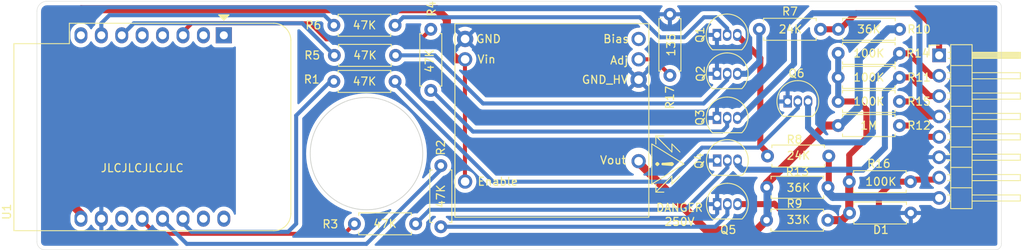
<source format=kicad_pcb>
(kicad_pcb (version 20211014) (generator pcbnew)
  (title_block (comment 4 "PCBWay Project ID: 61c83fd9-725a-4b4d-b1f8-5b3c26882cb9"))
  (layers (0 "F.Cu" signal) (31 "B.Cu" signal) (34 "B.Paste" user) (35 "F.Paste" user) (36 "B.SilkS" user "B.Silkscreen") (37 "F.SilkS" user "F.Silkscreen") (38 "B.Mask" user) (39 "F.Mask" user) (44 "Edge.Cuts" user))
  (net 0 "")
  (net 1 "GND")
  (net 2 "Net-(Q1-Pad2)")
  (net 3 "Net-(Q1-Pad3)")
  (net 4 "Net-(Q2-Pad2)")
  (net 5 "Net-(Q2-Pad3)")
  (net 6 "Net-(Q3-Pad2)")
  (net 7 "/Reset_Cathode")
  (net 8 "Net-(Q4-Pad2)")
  (net 9 "/Phase3_Cathode")
  (net 10 "Net-(Q5-Pad2)")
  (net 11 "/Phase2_Cathode")
  (net 12 "Net-(Q6-Pad2)")
  (net 13 "/Phase1_Cathode")
  (net 16 "/RESET")
  (net 19 "/A1")
  (net 20 "/A2")
  (net 22 "+5V")
  (net 24 "/P3")
  (net 25 "/P2")
  (net 26 "/P1")
  (net 29 "Net-(D1-Pad1)")
  (net 30 "/Channel1_Anode")
  (net 31 "/Keepalive_Anode")
  (net 32 "/Channel2_Anode")
  (net 33 "VSS")
  (net 34 "Net-(M1-Pad2)")
  (footprint "Package_TO_SOT_THT:TO-92_Inline" (layer "F.Cu") (at 197.106 66.048)
    (fp_text reference "Q3" (at -2.106 -0.048 90) (layer "F.SilkS"))
    (fp_text value "MPSA42")
    (fp_line (start -0.53 1.85) (end 3.07 1.85) (layer "F.SilkS") (width 0.12))
    (fp_arc (start 1.27 -2.6) (mid 3.672087 -0.994977) (end 3.108478 1.838478) (layer "F.SilkS") (width 0.12))
    (fp_arc (start -0.568478 1.838478) (mid -1.132087 -0.994977) (end 1.27 -2.6) (layer "F.SilkS") (width 0.12))
    (pad "1" thru_hole rect (at 0 0) (size 1.05 1.5) (drill 0.75) (layers *.Cu *.Mask) (net 1 "GND"))
    (pad "2" thru_hole oval (at 1.27 0) (size 1.05 1.5) (drill 0.75) (layers *.Cu *.Mask) (net 6 "Net-(Q3-Pad2)"))
    (pad "3" thru_hole oval (at 2.54 0) (size 1.05 1.5) (drill 0.75) (layers *.Cu *.Mask) (net 7 "/Reset_Cathode"))
  )
  (footprint "plasma:1364_HV" (layer "F.Cu") (at 164.5 54.3 -90)
    (fp_text reference "M1" hide)
    (fp_text value "1364_HV")
    (fp_text user "GND_HV" (at 6.985 -18.669 unlocked) (layer "F.SilkS"))
    (fp_text user "250V" (at 24.7 -27.95 unlocked) (layer "F.SilkS"))
    (fp_text user "Vin" (at 4.445 -3.937 unlocked) (layer "F.SilkS"))
    (fp_text user "Enable" (at 19.685 -5.334 unlocked) (layer "F.SilkS"))
    (fp_text user "Vout" (at 17.018 -19.685 unlocked) (layer "F.SilkS"))
    (fp_text user "Adj" (at 4.572 -20.447 unlocked) (layer "F.SilkS"))
    (fp_text user "DANGER" (at 22.95 -27.95 unlocked) (layer "F.SilkS"))
    (fp_text user "Bias" (at 1.905 -20.066 unlocked) (layer "F.SilkS"))
    (fp_text user "GND" (at 1.905 -4.191 unlocked) (layer "F.SilkS"))
    (fp_text user "!" (at 17.5 -26 -90 unlocked) (layer "F.SilkS") (effects (font (size 2 2) (thickness 0.3))))
    (fp_line (start 20 -26) (end 21 -25) (layer "F.SilkS") (width 0.12))
    (fp_line (start 21 -25) (end 20 -25) (layer "F.SilkS") (width 0.12))
    (fp_line (start 15 -26) (end 16 -27) (layer "F.SilkS") (width 0.12))
    (fp_line (start 14 -25) (end 15 -26) (layer "F.SilkS") (width 0.12))
    (fp_line (start 19 -28) (end 20 -27) (layer "F.SilkS") (width 0.12))
    (fp_line (start 20 -27) (end 19 -27) (layer "F.SilkS") (width 0.12))
    (fp_line (start 19 -27) (end 20 -26) (layer "F.SilkS") (width 0.12))
    (fp_line (start 21 -26) (end 21 -25) (layer "F.SilkS") (width 0.12))
    (fp_line (start 14 -25) (end 14 -26) (layer "F.SilkS") (width 0.12))
    (fp_line (start 14 -25) (end 15 -25) (layer "F.SilkS") (width 0.12))
    (fp_line (start 20 -24.5) (end 17.5 -28.5) (layer "F.SilkS") (width 0.12))
    (fp_line (start 15 -24.5) (end 20 -24.5) (layer "F.SilkS") (width 0.12))
    (fp_line (start 17.5 -28.5) (end 15 -24.5) (layer "F.SilkS") (width 0.12))
    (fp_line (start 16 -27) (end 15 -27) (layer "F.SilkS") (width 0.12))
    (fp_line (start 15 -27) (end 16 -28) (layer "F.SilkS") (width 0.12))
    (fp_rect (start 0 0) (end 24.13 -24.13) (layer "F.SilkS") (width 0.12) (fill none))
    (pad "1" thru_hole circle (at 17.145 -22.86 270) (size 1.778 1.778) (drill 1.0668) (layers *.Cu *.Mask) (net 33 "VSS"))
    (pad "2" thru_hole circle (at 4.445 -22.86 270) (size 1.778 1.778) (drill 1.0668) (layers *.Cu *.Mask) (net 34 "Net-(M1-Pad2)"))
    (pad "3" thru_hole circle (at 6.985 -22.86 270) (size 2.032 2.032) (drill 1.0668) (layers *.Cu *.Mask) (net 1 "GND"))
    (pad "4" thru_hole circle (at 4.445 -1.27 270) (size 1.778 1.778) (drill 1.0668) (layers *.Cu *.Mask) (net 22 "+5V"))
    (pad "5" thru_hole circle (at 1.905 -1.27 270) (size 2.032 2.032) (drill 1.0668) (layers *.Cu *.Mask) (net 1 "GND"))
    (pad "6" thru_hole circle (at 1.905 -22.86 270) (size 1.778 1.778) (drill 1.0668) (layers *.Cu *.Mask))
    (pad "7" thru_hole circle (at 19.685 -1.27 270) (size 1.778 1.778) (drill 1.0668) (layers *.Cu *.Mask) (net 22 "+5V"))
  )
  (footprint "Resistor_THT:R_Axial_DIN0207_L6.3mm_D2.5mm_P7.62mm_Horizontal" (layer "F.Cu") (at 162.75 72 -90)
    (fp_text reference "R2" (at -2.25 0 90) (layer "F.SilkS"))
    (fp_text value "47K" (at 3.81 0 90) (layer "F.SilkS"))
    (fp_line (start 7.08 -1.37) (end 7.08 -1.04) (layer "F.SilkS") (width 0.12))
    (fp_line (start 7.08 1.37) (end 7.08 1.04) (layer "F.SilkS") (width 0.12))
    (fp_line (start 0.54 -1.37) (end 7.08 -1.37) (layer "F.SilkS") (width 0.12))
    (fp_line (start 0.54 1.04) (end 0.54 1.37) (layer "F.SilkS") (width 0.12))
    (fp_line (start 0.54 1.37) (end 7.08 1.37) (layer "F.SilkS") (width 0.12))
    (fp_line (start 0.54 -1.04) (end 0.54 -1.37) (layer "F.SilkS") (width 0.12))
    (pad "1" thru_hole circle (at 0 0 270) (size 1.6 1.6) (drill 0.8) (layers *.Cu *.Mask) (net 25 "/P2"))
    (pad "2" thru_hole oval (at 7.62 0 270) (size 1.6 1.6) (drill 0.8) (layers *.Cu *.Mask) (net 10 "Net-(Q5-Pad2)"))
  )
  (footprint "Resistor_THT:R_Axial_DIN0207_L6.3mm_D2.5mm_P7.62mm_Horizontal" (layer "F.Cu") (at 191.25 60.75 90)
    (fp_text reference "R17" (at -2.75 0 90) (layer "F.SilkS"))
    (fp_text value "135" (at 3.81 0.15 90) (layer "F.SilkS"))
    (fp_line (start 7.08 1.37) (end 7.08 1.04) (layer "F.SilkS") (width 0.12))
    (fp_line (start 7.08 -1.37) (end 7.08 -1.04) (layer "F.SilkS") (width 0.12))
    (fp_line (start 0.54 1.37) (end 7.08 1.37) (layer "F.SilkS") (width 0.12))
    (fp_line (start 0.54 1.04) (end 0.54 1.37) (layer "F.SilkS") (width 0.12))
    (fp_line (start 0.54 -1.04) (end 0.54 -1.37) (layer "F.SilkS") (width 0.12))
    (fp_line (start 0.54 -1.37) (end 7.08 -1.37) (layer "F.SilkS") (width 0.12))
    (pad "1" thru_hole circle (at 0 0 90) (size 1.6 1.6) (drill 0.8) (layers *.Cu *.Mask) (net 34 "Net-(M1-Pad2)"))
    (pad "2" thru_hole oval (at 7.62 0 90) (size 1.6 1.6) (drill 0.8) (layers *.Cu *.Mask) (net 1 "GND"))
  )
  (footprint "Resistor_THT:R_Axial_DIN0207_L6.3mm_D2.5mm_P7.62mm_Horizontal" (layer "F.Cu") (at 203.4 70.8)
    (fp_text reference "R8" (at 3.35 -2.05) (layer "F.SilkS"))
    (fp_text value "24K" (at 3.85 -0.05) (layer "F.SilkS"))
    (fp_line (start 0.54 1.37) (end 7.08 1.37) (layer "F.SilkS") (width 0.12))
    (fp_line (start 0.54 -1.37) (end 7.08 -1.37) (layer "F.SilkS") (width 0.12))
    (fp_line (start 7.08 1.37) (end 7.08 1.04) (layer "F.SilkS") (width 0.12))
    (fp_line (start 7.08 -1.37) (end 7.08 -1.04) (layer "F.SilkS") (width 0.12))
    (fp_line (start 0.54 1.04) (end 0.54 1.37) (layer "F.SilkS") (width 0.12))
    (fp_line (start 0.54 -1.04) (end 0.54 -1.37) (layer "F.SilkS") (width 0.12))
    (pad "1" thru_hole circle (at 0 0) (size 1.6 1.6) (drill 0.8) (layers *.Cu *.Mask) (net 3 "Net-(Q1-Pad3)"))
    (pad "2" thru_hole oval (at 7.62 0) (size 1.6 1.6) (drill 0.8) (layers *.Cu *.Mask) (net 32 "/Channel2_Anode"))
  )
  (footprint "Resistor_THT:R_Axial_DIN0207_L6.3mm_D2.5mm_P7.62mm_Horizontal" (layer "F.Cu") (at 149.44 61.5)
    (fp_text reference "R1" (at -2.75 -0.25) (layer "F.SilkS"))
    (fp_text value "47K" (at 3.81 0) (layer "F.SilkS"))
    (fp_line (start 7.08 1.37) (end 7.08 1.04) (layer "F.SilkS") (width 0.12))
    (fp_line (start 0.54 1.04) (end 0.54 1.37) (layer "F.SilkS") (width 0.12))
    (fp_line (start 0.54 -1.04) (end 0.54 -1.37) (layer "F.SilkS") (width 0.12))
    (fp_line (start 0.54 -1.37) (end 7.08 -1.37) (layer "F.SilkS") (width 0.12))
    (fp_line (start 7.08 -1.37) (end 7.08 -1.04) (layer "F.SilkS") (width 0.12))
    (fp_line (start 0.54 1.37) (end 7.08 1.37) (layer "F.SilkS") (width 0.12))
    (pad "1" thru_hole circle (at 0 0) (size 1.6 1.6) (drill 0.8) (layers *.Cu *.Mask) (net 26 "/P1"))
    (pad "2" thru_hole oval (at 7.62 0) (size 1.6 1.6) (drill 0.8) (layers *.Cu *.Mask) (net 12 "Net-(Q6-Pad2)"))
  )
  (footprint "Module:WEMOS_D1_mini_light" (layer "F.Cu") (at 135.75 55.75 -90)
    (fp_text reference "U1" (at 22 27 90) (layer "F.SilkS"))
    (fp_text value "WeMos_D1_mini")
    (fp_line (start 24.36 26.12) (end 24.36 -6.21) (layer "F.SilkS") (width 0.12))
    (fp_line (start 22.24 -8.34) (end 0.63 -8.34) (layer "F.SilkS") (width 0.12))
    (fp_line (start 1.04 19.22) (end 1.04 26.12) (layer "F.SilkS") (width 0.12))
    (fp_line (start 1.04 26.12) (end 24.36 26.12) (layer "F.SilkS") (width 0.12))
    (fp_line (start -1.5 19.22) (end 1.04 19.22) (layer "F.SilkS") (width 0.12))
    (fp_line (start -1.5 19.22) (end -1.5 -6.21) (layer "F.SilkS") (width 0.12))
    (fp_arc (start -1.5 -6.21) (mid -0.876137 -7.716137) (end 0.63 -8.34) (layer "F.SilkS") (width 0.12))
    (fp_arc (start 22.23 -8.34) (mid 23.736137 -7.716137) (end 24.36 -6.21) (layer "F.SilkS") (width 0.12))
    (fp_poly (pts (xy -2.54 -0.635) (xy -2.54 0.635) (xy -1.905 0)) (layer "F.SilkS") (width 0.15) (fill solid))
    (pad "1" thru_hole rect (at 0 0 270) (size 2 2) (drill 1) (layers *.Cu *.Mask))
    (pad "2" thru_hole oval (at 0 2.54 270) (size 2 1.6) (drill 1) (layers *.Cu *.Mask))
    (pad "3" thru_hole oval (at 0 5.08 270) (size 2 1.6) (drill 1) (layers *.Cu *.Mask) (net 16 "/RESET"))
    (pad "4" thru_hole oval (at 0 7.62 270) (size 2 1.6) (drill 1) (layers *.Cu *.Mask))
    (pad "5" thru_hole oval (at 0 10.16 270) (size 2 1.6) (drill 1) (layers *.Cu *.Mask))
    (pad "6" thru_hole oval (at 0 12.7 270) (size 2 1.6) (drill 1) (layers *.Cu *.Mask) (net 19 "/A1"))
    (pad "7" thru_hole oval (at 0 15.24 270) (size 2 1.6) (drill 1) (layers *.Cu *.Mask) (net 20 "/A2"))
    (pad "8" thru_hole oval (at 0 17.78 270) (size 2 1.6) (drill 1) (layers *.Cu *.Mask))
    (pad "9" thru_hole oval (at 22.86 17.78 270) (size 2 1.6) (drill 1) (layers *.Cu *.Mask) (net 22 "+5V"))
    (pad "10" thru_hole oval (at 22.86 15.24 270) (size 2 1.6) (drill 1) (layers *.Cu *.Mask) (net 1 "GND"))
    (pad "11" thru_hole oval (at 22.86 12.7 270) (size 2 1.6) (drill 1) (layers *.Cu *.Mask))
    (pad "12" thru_hole oval (at 22.86 10.16 270) (size 2 1.6) (drill 1) (layers *.Cu *.Mask) (net 24 "/P3"))
    (pad "13" thru_hole oval (at 22.86 7.62 270) (size 2 1.6) (drill 1) (layers *.Cu *.Mask) (net 25 "/P2"))
    (pad "14" thru_hole oval (at 22.86 5.08 270) (size 2 1.6) (drill 1) (layers *.Cu *.Mask) (net 26 "/P1"))
    (pad "15" thru_hole oval (at 22.86 2.54 270) (size 2 1.6) (drill 1) (layers *.Cu *.Mask))
    (pad "16" thru_hole oval (at 22.86 0 270) (size 2 1.6) (drill 1) (layers *.Cu *.Mask))
  )
  (footprint "Resistor_THT:R_Axial_DIN0207_L6.3mm_D2.5mm_P7.62mm_Horizontal" (layer "F.Cu") (at 212.19 67)
    (fp_text reference "R12" (at 10.06 0) (layer "F.SilkS"))
    (fp_text value "1M" (at 3.81 0) (layer "F.SilkS"))
    (fp_line (start 7.08 -1.37) (end 7.08 -1.04) (layer "F.SilkS") (width 0.12))
    (fp_line (start 7.08 1.37) (end 7.08 1.04) (layer "F.SilkS") (width 0.12))
    (fp_line (start 0.54 1.04) (end 0.54 1.37) (layer "F.SilkS") (width 0.12))
    (fp_line (start 0.54 -1.04) (end 0.54 -1.37) (layer "F.SilkS") (width 0.12))
    (fp_line (start 0.54 1.37) (end 7.08 1.37) (layer "F.SilkS") (width 0.12))
    (fp_line (start 0.54 -1.37) (end 7.08 -1.37) (layer "F.SilkS") (width 0.12))
    (pad "1" thru_hole circle (at 0 0) (size 1.6 1.6) (drill 0.8) (layers *.Cu *.Mask) (net 33 "VSS"))
    (pad "2" thru_hole oval (at 7.62 0) (size 1.6 1.6) (drill 0.8) (layers *.Cu *.Mask) (net 31 "/Keepalive_Anode"))
  )
  (footprint "Resistor_THT:R_Axial_DIN0207_L6.3mm_D2.5mm_P7.62mm_Horizontal" (layer "F.Cu") (at 213.6 77.9)
    (fp_text reference "D1" (at 3.9 2.1) (layer "F.SilkS"))
    (fp_text value "D_Zener" hide)
    (fp_line (start 0.54 -1.04) (end 0.54 -1.37) (layer "F.SilkS") (width 0.12))
    (fp_line (start 0.54 -1.37) (end 7.08 -1.37) (layer "F.SilkS") (width 0.12))
    (fp_line (start 7.08 -1.37) (end 7.08 -1.04) (layer "F.SilkS") (width 0.12))
    (fp_line (start 0.54 1.04) (end 0.54 1.37) (layer "F.SilkS") (width 0.12))
    (fp_line (start 0.54 1.37) (end 7.08 1.37) (layer "F.SilkS") (width 0.12))
    (fp_line (start 7.08 1.37) (end 7.08 1.04) (layer "F.SilkS") (width 0.12))
    (pad "1" thru_hole circle (at 0 0) (size 1.6 1.6) (drill 0.8) (layers *.Cu *.Mask) (net 29 "Net-(D1-Pad1)"))
    (pad "2" thru_hole oval (at 7.62 0) (size 1.6 1.6) (drill 0.8) (layers *.Cu *.Mask) (net 1 "GND"))
  )
  (footprint "Package_TO_SOT_THT:TO-92_Inline" (layer "F.Cu") (at 197.106 60.548)
    (fp_text reference "Q2" (at -2.032 0 90) (layer "F.SilkS"))
    (fp_text value "MPSA42")
    (fp_line (start -0.53 1.85) (end 3.07 1.85) (layer "F.SilkS") (width 0.12))
    (fp_arc (start 1.27 -2.6) (mid 3.672087 -0.994977) (end 3.108478 1.838478) (layer "F.SilkS") (width 0.12))
    (fp_arc (start -0.568478 1.838478) (mid -1.132087 -0.994977) (end 1.27 -2.6) (layer "F.SilkS") (width 0.12))
    (pad "1" thru_hole rect (at 0 0) (size 1.05 1.5) (drill 0.75) (layers *.Cu *.Mask) (net 1 "GND"))
    (pad "2" thru_hole oval (at 1.27 0) (size 1.05 1.5) (drill 0.75) (layers *.Cu *.Mask) (net 4 "Net-(Q2-Pad2)"))
    (pad "3" thru_hole oval (at 2.54 0) (size 1.05 1.5) (drill 0.75) (layers *.Cu *.Mask) (net 5 "Net-(Q2-Pad3)"))
  )
  (footprint "Resistor_THT:R_Axial_DIN0207_L6.3mm_D2.5mm_P7.62mm_Horizontal" (layer "F.Cu") (at 152 79.25)
    (fp_text reference "R3" (at -3 0.05) (layer "F.SilkS"))
    (fp_text value "47K" (at 3.81 0) (layer "F.SilkS"))
    (fp_line (start 7.08 -1.37) (end 7.08 -1.04) (layer "F.SilkS") (width 0.12))
    (fp_line (start 0.54 1.37) (end 7.08 1.37) (layer "F.SilkS") (width 0.12))
    (fp_line (start 0.54 1.04) (end 0.54 1.37) (layer "F.SilkS") (width 0.12))
    (fp_line (start 7.08 1.37) (end 7.08 1.04) (layer "F.SilkS") (width 0.12))
    (fp_line (start 0.54 -1.37) (end 7.08 -1.37) (layer "F.SilkS") (width 0.12))
    (fp_line (start 0.54 -1.04) (end 0.54 -1.37) (layer "F.SilkS") (width 0.12))
    (pad "1" thru_hole circle (at 0 0) (size 1.6 1.6) (drill 0.8) (layers *.Cu *.Mask) (net 24 "/P3"))
    (pad "2" thru_hole oval (at 7.62 0) (size 1.6 1.6) (drill 0.8) (layers *.Cu *.Mask) (net 8 "Net-(Q4-Pad2)"))
  )
  (footprint "Resistor_THT:R_Axial_DIN0207_L6.3mm_D2.5mm_P7.62mm_Horizontal" (layer "F.Cu") (at 149.44 54.5)
    (fp_text reference "R6" (at -2.55 0) (layer "F.SilkS"))
    (fp_text value "47K" (at 3.81 0) (layer "F.SilkS"))
    (fp_line (start 7.08 -1.37) (end 7.08 -1.04) (layer "F.SilkS") (width 0.12))
    (fp_line (start 0.54 1.04) (end 0.54 1.37) (layer "F.SilkS") (width 0.12))
    (fp_line (start 7.08 1.37) (end 7.08 1.04) (layer "F.SilkS") (width 0.12))
    (fp_line (start 0.54 -1.37) (end 7.08 -1.37) (layer "F.SilkS") (width 0.12))
    (fp_line (start 0.54 1.37) (end 7.08 1.37) (layer "F.SilkS") (width 0.12))
    (fp_line (start 0.54 -1.04) (end 0.54 -1.37) (layer "F.SilkS") (width 0.12))
    (pad "1" thru_hole circle (at 0 0) (size 1.6 1.6) (drill 0.8) (layers *.Cu *.Mask) (net 20 "/A2"))
    (pad "2" thru_hole oval (at 7.62 0) (size 1.6 1.6) (drill 0.8) (layers *.Cu *.Mask) (net 2 "Net-(Q1-Pad2)"))
  )
  (footprint "Resistor_THT:R_Axial_DIN0207_L6.3mm_D2.5mm_P7.62mm_Horizontal" (layer "F.Cu") (at 161.5 55 -90)
    (fp_text reference "R4" (at -2.55 -0.1 90) (layer "F.SilkS"))
    (fp_text value "47K" (at 3.95 0.15 90) (layer "F.SilkS"))
    (fp_line (start 0.54 -1.37) (end 7.08 -1.37) (layer "F.SilkS") (width 0.12))
    (fp_line (start 0.54 1.37) (end 7.08 1.37) (layer "F.SilkS") (width 0.12))
    (fp_line (start 0.54 -1.04) (end 0.54 -1.37) (layer "F.SilkS") (width 0.12))
    (fp_line (start 7.08 -1.37) (end 7.08 -1.04) (layer "F.SilkS") (width 0.12))
    (fp_line (start 0.54 1.04) (end 0.54 1.37) (layer "F.SilkS") (width 0.12))
    (fp_line (start 7.08 1.37) (end 7.08 1.04) (layer "F.SilkS") (width 0.12))
    (pad "1" thru_hole circle (at 0 0 270) (size 1.6 1.6) (drill 0.8) (layers *.Cu *.Mask) (net 16 "/RESET"))
    (pad "2" thru_hole oval (at 7.62 0 270) (size 1.6 1.6) (drill 0.8) (layers *.Cu *.Mask) (net 6 "Net-(Q3-Pad2)"))
  )
  (footprint "Package_TO_SOT_THT:TO-92_Inline" (layer "F.Cu") (at 197.13 76.8)
    (fp_text reference "Q5" (at 1.37 3.2 180) (layer "F.SilkS"))
    (fp_text value "MPSA42")
    (fp_line (start -0.53 1.85) (end 3.07 1.85) (layer "F.SilkS") (width 0.12))
    (fp_arc (start 1.27 -2.6) (mid 3.672087 -0.994977) (end 3.108478 1.838478) (layer "F.SilkS") (width 0.12))
    (fp_arc (start -0.568478 1.838478) (mid -1.132087 -0.994977) (end 1.27 -2.6) (layer "F.SilkS") (width 0.12))
    (pad "1" thru_hole rect (at 0 0) (size 1.05 1.5) (drill 0.75) (layers *.Cu *.Mask) (net 1 "GND"))
    (pad "2" thru_hole oval (at 1.27 0) (size 1.05 1.5) (drill 0.75) (layers *.Cu *.Mask) (net 10 "Net-(Q5-Pad2)"))
    (pad "3" thru_hole oval (at 2.54 0) (size 1.05 1.5) (drill 0.75) (layers *.Cu *.Mask) (net 11 "/Phase2_Cathode"))
  )
  (footprint "Resistor_THT:R_Axial_DIN0207_L6.3mm_D2.5mm_P7.62mm_Horizontal" (layer "F.Cu") (at 212.19 64)
    (fp_text reference "R15" (at 10.06 0) (layer "F.SilkS"))
    (fp_text value "100K" (at 3.81 0) (layer "F.SilkS"))
    (fp_line (start 7.08 -1.37) (end 7.08 -1.04) (layer "F.SilkS") (width 0.12))
    (fp_line (start 7.08 1.37) (end 7.08 1.04) (layer "F.SilkS") (width 0.12))
    (fp_line (start 0.54 -1.37) (end 7.08 -1.37) (layer "F.SilkS") (width 0.12))
    (fp_line (start 0.54 1.04) (end 0.54 1.37) (layer "F.SilkS") (width 0.12))
    (fp_line (start 0.54 1.37) (end 7.08 1.37) (layer "F.SilkS") (width 0.12))
    (fp_line (start 0.54 -1.04) (end 0.54 -1.37) (layer "F.SilkS") (width 0.12))
    (pad "1" thru_hole circle (at 0 0) (size 1.6 1.6) (drill 0.8) (layers *.Cu *.Mask) (net 29 "Net-(D1-Pad1)"))
    (pad "2" thru_hole oval (at 7.62 0) (size 1.6 1.6) (drill 0.8) (layers *.Cu *.Mask) (net 7 "/Reset_Cathode"))
  )
  (footprint "Package_TO_SOT_THT:TO-92_Inline" (layer "F.Cu") (at 197.1 55.7)
    (fp_text reference "Q1" (at -2.1 0 90) (layer "F.SilkS"))
    (fp_text value "MPSA42")
    (fp_line (start -0.53 1.85) (end 3.07 1.85) (layer "F.SilkS") (width 0.12))
    (fp_arc (start -0.568478 1.838478) (mid -1.132087 -0.994977) (end 1.27 -2.6) (layer "F.SilkS") (width 0.12))
    (fp_arc (start 1.27 -2.6) (mid 3.672087 -0.994977) (end 3.108478 1.838478) (layer "F.SilkS") (width 0.12))
    (pad "1" thru_hole rect (at 0 0) (size 1.05 1.5) (drill 0.75) (layers *.Cu *.Mask) (net 1 "GND"))
    (pad "2" thru_hole oval (at 1.27 0) (size 1.05 1.5) (drill 0.75) (layers *.Cu *.Mask) (net 2 "Net-(Q1-Pad2)"))
    (pad "3" thru_hole oval (at 2.54 0) (size 1.05 1.5) (drill 0.75) (layers *.Cu *.Mask) (net 3 "Net-(Q1-Pad3)"))
  )
  (footprint "Resistor_THT:R_Axial_DIN0207_L6.3mm_D2.5mm_P7.62mm_Horizontal" (layer "F.Cu") (at 212.19 61)
    (fp_text reference "R11" (at 10.06 0) (layer "F.SilkS"))
    (fp_text value "100K" (at 3.81 0) (layer "F.SilkS"))
    (fp_line (start 0.54 1.37) (end 7.08 1.37) (layer "F.SilkS") (width 0.12))
    (fp_line (start 0.54 1.04) (end 0.54 1.37) (layer "F.SilkS") (width 0.12))
    (fp_line (start 0.54 -1.04) (end 0.54 -1.37) (layer "F.SilkS") (width 0.12))
    (fp_line (start 0.54 -1.37) (end 7.08 -1.37) (layer "F.SilkS") (width 0.12))
    (fp_line (start 7.08 1.37) (end 7.08 1.04) (layer "F.SilkS") (width 0.12))
    (fp_line (start 7.08 -1.37) (end 7.08 -1.04) (layer "F.SilkS") (width 0.12))
    (pad "1" thru_hole circle (at 0 0) (size 1.6 1.6) (drill 0.8) (layers *.Cu *.Mask) (net 29 "Net-(D1-Pad1)"))
    (pad "2" thru_hole oval (at 7.62 0) (size 1.6 1.6) (drill 0.8) (layers *.Cu *.Mask) (net 9 "/Phase3_Cathode"))
  )
  (footprint "Resistor_THT:R_Axial_DIN0207_L6.3mm_D2.5mm_P7.62mm_Horizontal" (layer "F.Cu") (at 212.19 58)
    (fp_text reference "R14" (at 9.91 0) (layer "F.SilkS"))
    (fp_text value "100K" (at 3.81 0) (layer "F.SilkS"))
    (fp_line (start 7.08 -1.37) (end 7.08 -1.04) (layer "F.SilkS") (width 0.12))
    (fp_line (start 0.54 1.37) (end 7.08 1.37) (layer "F.SilkS") (width 0.12))
    (fp_line (start 7.08 1.37) (end 7.08 1.04) (layer "F.SilkS") (width 0.12))
    (fp_line (start 0.54 1.04) (end 0.54 1.37) (layer "F.SilkS") (width 0.12))
    (fp_line (start 0.54 -1.37) (end 7.08 -1.37) (layer "F.SilkS") (width 0.12))
    (fp_line (start 0.54 -1.04) (end 0.54 -1.37) (layer "F.SilkS") (width 0.12))
    (pad "1" thru_hole circle (at 0 0) (size 1.6 1.6) (drill 0.8) (layers *.Cu *.Mask) (net 29 "Net-(D1-Pad1)"))
    (pad "2" thru_hole oval (at 7.62 0) (size 1.6 1.6) (drill 0.8) (layers *.Cu *.Mask) (net 13 "/Phase1_Cathode"))
  )
  (footprint "Package_TO_SOT_THT:TO-92_Inline" (layer "F.Cu") (at 197.13 71.36)
    (fp_text reference "Q4" (at -2.23 0.04 90) (layer "F.SilkS"))
    (fp_text value "MPSA42")
    (fp_line (start -0.53 1.85) (end 3.07 1.85) (layer "F.SilkS") (width 0.12))
    (fp_arc (start 1.27 -2.6) (mid 3.672087 -0.994977) (end 3.108478 1.838478) (layer "F.SilkS") (width 0.12))
    (fp_arc (start -0.568478 1.838478) (mid -1.132087 -0.994977) (end 1.27 -2.6) (layer "F.SilkS") (width 0.12))
    (pad "1" thru_hole rect (at 0 0) (size 1.05 1.5) (drill 0.75) (layers *.Cu *.Mask) (net 1 "GND"))
    (pad "2" thru_hole oval (at 1.27 0) (size 1.05 1.5) (drill 0.75) (layers *.Cu *.Mask) (net 8 "Net-(Q4-Pad2)"))
    (pad "3" thru_hole oval (at 2.54 0) (size 1.05 1.5) (drill 0.75) (layers *.Cu *.Mask) (net 9 "/Phase3_Cathode"))
  )
  (footprint "Resistor_THT:R_Axial_DIN0207_L6.3mm_D2.5mm_P7.62mm_Horizontal" (layer "F.Cu") (at 149.5 58.25)
    (fp_text reference "R5" (at -2.75 0) (layer "F.SilkS"))
    (fp_text value "47K" (at 3.81 0) (layer "F.SilkS"))
    (fp_line (start 0.54 -1.04) (end 0.54 -1.37) (layer "F.SilkS") (width 0.12))
    (fp_line (start 0.54 -1.37) (end 7.08 -1.37) (layer "F.SilkS") (width 0.12))
    (fp_line (start 7.08 -1.37) (end 7.08 -1.04) (layer "F.SilkS") (width 0.12))
    (fp_line (start 0.54 1.04) (end 0.54 1.37) (layer "F.SilkS") (width 0.12))
    (fp_line (start 7.08 1.37) (end 7.08 1.04) (layer "F.SilkS") (width 0.12))
    (fp_line (start 0.54 1.37) (end 7.08 1.37) (layer "F.SilkS") (width 0.12))
    (pad "1" thru_hole circle (at 0 0) (size 1.6 1.6) (drill 0.8) (layers *.Cu *.Mask) (net 19 "/A1"))
    (pad "2" thru_hole oval (at 7.62 0) (size 1.6 1.6) (drill 0.8) (layers *.Cu *.Mask) (net 4 "Net-(Q2-Pad2)"))
  )
  (footprint "Resistor_THT:R_Axial_DIN0207_L6.3mm_D2.5mm_P7.62mm_Horizontal" (layer "F.Cu") (at 213.566 74)
    (fp_text reference "R16" (at 3.684 -2.25) (layer "F.SilkS"))
    (fp_text value "100K" (at 3.934 0) (layer "F.SilkS"))
    (fp_line (start 0.54 -1.37) (end 7.08 -1.37) (layer "F.SilkS") (width 0.12))
    (fp_line (start 7.08 1.37) (end 7.08 1.04) (layer "F.SilkS") (width 0.12))
    (fp_line (start 0.54 -1.04) (end 0.54 -1.37) (layer "F.SilkS") (width 0.12))
    (fp_line (start 7.08 -1.37) (end 7.08 -1.04) (layer "F.SilkS") (width 0.12))
    (fp_line (start 0.54 1.37) (end 7.08 1.37) (layer "F.SilkS") (width 0.12))
    (fp_line (start 0.54 1.04) (end 0.54 1.37) (layer "F.SilkS") (width 0.12))
    (pad "1" thru_hole circle (at 0 0) (size 1.6 1.6) (drill 0.8) (layers *.Cu *.Mask) (net 29 "Net-(D1-Pad1)"))
    (pad "2" thru_hole oval (at 7.62 0) (size 1.6 1.6) (drill 0.8) (layers *.Cu *.Mask) (net 11 "/Phase2_Cathode"))
  )
  (footprint "Connector_PinHeader_2.54mm:PinHeader_1x08_P2.54mm_Horizontal" (layer "F.Cu") (at 224.75 58.25)
    (fp_text reference "J1" hide)
    (fp_text value "Conn_01x08_Female" hide)
    (fp_line (start 1.042929 8) (end 1.44 8) (layer "F.SilkS") (width 0.12))
    (fp_line (start 4.1 -1.33) (end 1.44 -1.33) (layer "F.SilkS") (width 0.12))
    (fp_line (start 1.11 0.38) (end 1.44 0.38) (layer "F.SilkS") (width 0.12))
    (fp_line (start 4.1 2.16) (end 10.1 2.16) (layer "F.SilkS") (width 0.12))
    (fp_line (start 1.042929 13.08) (end 1.44 13.08) (layer "F.SilkS") (width 0.12))
    (fp_line (start 4.1 0.04) (end 10.1 0.04) (layer "F.SilkS") (width 0.12))
    (fp_line (start 1.44 16.51) (end 4.1 16.51) (layer "F.SilkS") (width 0.12))
    (fp_line (start 1.44 19.11) (end 4.1 19.11) (layer "F.SilkS") (width 0.12))
    (fp_line (start 1.44 3.81) (end 4.1 3.81) (layer "F.SilkS") (width 0.12))
    (fp_line (start 1.11 -0.38) (end 1.44 -0.38) (layer "F.SilkS") (width 0.12))
    (fp_line (start -1.27 0) (end -1.27 -1.27) (layer "F.SilkS") (width 0.12))
    (fp_line (start 1.042929 2.92) (end 1.44 2.92) (layer "F.SilkS") (width 0.12))
    (fp_line (start 1.042929 14.86) (end 1.44 14.86) (layer "F.SilkS") (width 0.12))
    (fp_line (start 1.44 -1.33) (end 1.44 19.11) (layer "F.SilkS") (width 0.12))
    (fp_line (start 10.1 4.7) (end 10.1 5.46) (layer "F.SilkS") (width 0.12))
    (fp_line (start 1.042929 15.62) (end 1.44 15.62) (layer "F.SilkS") (width 0.12))
    (fp_line (start 1.44 8.89) (end 4.1 8.89) (layer "F.SilkS") (width 0.12))
    (fp_line (start 10.1 13.08) (end 4.1 13.08) (layer "F.SilkS") (width 0.12))
    (fp_line (start 10.1 -0.38) (end 10.1 0.38) (layer "F.SilkS") (width 0.12))
    (fp_line (start 4.1 12.32) (end 10.1 12.32) (layer "F.SilkS") (width 0.12))
    (fp_line (start 1.44 13.97) (end 4.1 13.97) (layer "F.SilkS") (width 0.12))
    (fp_line (start 10.1 5.46) (end 4.1 5.46) (layer "F.SilkS") (width 0.12))
    (fp_line (start 10.1 17.4) (end 10.1 18.16) (layer "F.SilkS") (width 0.12))
    (fp_line (start 10.1 15.62) (end 4.1 15.62) (layer "F.SilkS") (width 0.12))
    (fp_line (start 4.1 9.78) (end 10.1 9.78) (layer "F.SilkS") (width 0.12))
    (fp_line (start 1.042929 12.32) (end 1.44 12.32) (layer "F.SilkS") (width 0.12))
    (fp_line (start 1.042929 4.7) (end 1.44 4.7) (layer "F.SilkS") (width 0.12))
    (fp_line (start 1.44 11.43) (end 4.1 11.43) (layer "F.SilkS") (width 0.12))
    (fp_line (start 4.1 4.7) (end 10.1 4.7) (layer "F.SilkS") (width 0.12))
    (fp_line (start 1.042929 10.54) (end 1.44 10.54) (layer "F.SilkS") (width 0.12))
    (fp_line (start 4.1 -0.32) (end 10.1 -0.32) (layer "F.SilkS") (width 0.12))
    (fp_line (start 1.44 6.35) (end 4.1 6.35) (layer "F.SilkS") (width 0.12))
    (fp_line (start 10.1 10.54) (end 4.1 10.54) (layer "F.SilkS") (width 0.12))
    (fp_line (start 1.042929 9.78) (end 1.44 9.78) (layer "F.SilkS") (width 0.12))
    (fp_line (start 1.042929 18.16) (end 1.44 18.16) (layer "F.SilkS") (width 0.12))
    (fp_line (start -1.27 -1.27) (end 0 -1.27) (layer "F.SilkS") (width 0.12))
    (fp_line (start 4.1 -0.2) (end 10.1 -0.2) (layer "F.SilkS") (width 0.12))
    (fp_line (start 4.1 -0.08) (end 10.1 -0.08) (layer "F.SilkS") (width 0.12))
    (fp_line (start 1.042929 7.24) (end 1.44 7.24) (layer "F.SilkS") (width 0.12))
    (fp_line (start 4.1 19.11) (end 4.1 -1.33) (layer "F.SilkS") (width 0.12))
    (fp_line (start 10.1 12.32) (end 10.1 13.08) (layer "F.SilkS") (width 0.12))
    (fp_line (start 10.1 7.24) (end 10.1 8) (layer "F.SilkS") (width 0.12))
    (fp_line (start 1.042929 17.4) (end 1.44 17.4) (layer "F.SilkS") (width 0.12))
    (fp_line (start 4.1 14.86) (end 10.1 14.86) (layer "F.SilkS") (width 0.12))
    (fp_line (start 4.1 -0.38) (end 10.1 -0.38) (layer "F.SilkS") (width 0.12))
    (fp_line (start 4.1 0.28) (end 10.1 0.28) (layer "F.SilkS") (width 0.12))
    (fp_line (start 4.1 17.4) (end 10.1 17.4) (layer "F.SilkS") (width 0.12))
    (fp_line (start 1.042929 5.46) (end 1.44 5.46) (layer "F.SilkS") (width 0.12))
    (fp_line (start 10.1 2.92) (end 4.1 2.92) (layer "F.SilkS") (width 0.12))
    (fp_line (start 4.1 7.24) (end 10.1 7.24) (layer "F.SilkS") (width 0.12))
    (fp_line (start 10.1 9.78) (end 10.1 10.54) (layer "F.SilkS") (width 0.12))
    (fp_line (start 10.1 0.38) (end 4.1 0.38) (layer "F.SilkS") (width 0.12))
    (fp_line (start 10.1 18.16) (end 4.1 18.16) (layer "F.SilkS") (width 0.12))
    (fp_line (start 1.042929 2.16) (end 1.44 2.16) (layer "F.SilkS") (width 0.12))
    (fp_line (start 10.1 2.16) (end 10.1 2.92) (layer "F.SilkS") (width 0.12))
    (fp_line (start 4.1 0.16) (end 10.1 0.16) (layer "F.SilkS") (width 0.12))
    (fp_line (start 1.44 1.27) (end 4.1 1.27) (layer "F.SilkS") (width 0.12))
    (fp_line (start 10.1 14.86) (end 10.1 15.62) (layer "F.SilkS") (width 0.12))
    (fp_line (start 10.1 8) (end 4.1 8) (layer "F.SilkS") (width 0.12))
    (pad "1" thru_hole rect (at 0 0) (size 1.7 1.7) (drill 1) (layers *.Cu *.Mask) (net 30 "/Channel1_Anode"))
    (pad "2" thru_hole oval (at 0 2.54) (size 1.7 1.7) (drill 1) (layers *.Cu *.Mask) (net 13 "/Phase1_Cathode"))
    (pad "3" thru_hole oval (at 0 5.08) (size 1.7 1.7) (drill 1) (layers *.Cu *.Mask) (net 9 "/Phase3_Cathode"))
    (pad "4" thru_hole oval (at 0 7.62) (size 1.7 1.7) (drill 1) (layers *.Cu *.Mask) (net 7 "/Reset_Cathode"))
    (pad "5" thru_hole oval (at 0 10.16) (size 1.7 1.7) (drill 1) (layers *.Cu *.Mask) (net 31 "/Keepalive_Anode"))
    (pad "6" thru_hole oval (at 0 12.7) (size 1.7 1.7) (drill 1) (layers *.Cu *.Mask) (net 1 "GND"))
    (pad "7" thru_hole oval (at 0 15.24) (size 1.7 1.7) (drill 1) (layers *.Cu *.Mask) (net 11 "/Phase2_Cathode"))
    (pad "8" thru_hole oval (at 0 17.78) (size 1.7 1.7) (drill 1) (layers *.Cu *.Mask) (net 32 "/Channel2_Anode"))
  )
  (footprint "Resistor_THT:R_Axial_DIN0207_L6.3mm_D2.5mm_P7.62mm_Horizontal" (layer "F.Cu") (at 203.3 74.7)
    (fp_text reference "R13" (at 3.81 -1.95) (layer "F.SilkS"))
    (fp_text value "36K" (at 3.95 0.05) (layer "F.SilkS"))
    (fp_line (start 7.08 1.37) (end 7.08 1.04) (layer "F.SilkS") (width 0.12))
    (fp_line (start 0.54 -1.37) (end 7.08 -1.37) (layer "F.SilkS") (width 0.12))
    (fp_line (start 0.54 1.04) (end 0.54 1.37) (layer "F.SilkS") (width 0.12))
    (fp_line (start 0.54 -1.04) (end 0.54 -1.37) (layer "F.SilkS") (width 0.12))
    (fp_line (start 7.08 -1.37) (end 7.08 -1.04) (layer "F.SilkS") (width 0.12))
    (fp_line (start 0.54 1.37) (end 7.08 1.37) (layer "F.SilkS") (width 0.12))
    (pad "1" thru_hole circle (at 0 0) (size 1.6 1.6) (drill 0.8) (layers *.Cu *.Mask) (net 33 "VSS"))
    (pad "2" thru_hole oval (at 7.62 0) (size 1.6 1.6) (drill 0.8) (layers *.Cu *.Mask) (net 32 "/Channel2_Anode"))
  )
  (footprint "Package_TO_SOT_THT:TO-92_Inline" (layer "F.Cu") (at 205.9 64)
    (fp_text reference "Q6" (at 1.1 -3.5 180) (layer "F.SilkS"))
    (fp_text value "MPSA42")
    (fp_line (start -0.53 1.85) (end 3.07 1.85) (layer "F.SilkS") (width 0.12))
    (fp_arc (start -0.568478 1.838478) (mid -1.132087 -0.994977) (end 1.27 -2.6) (layer "F.SilkS") (width 0.12))
    (fp_arc (start 1.27 -2.6) (mid 3.672087 -0.994977) (end 3.108478 1.838478) (layer "F.SilkS") (width 0.12))
    (pad "1" thru_hole rect (at 0 0) (size 1.05 1.5) (drill 0.75) (layers *.Cu *.Mask) (net 1 "GND"))
    (pad "2" thru_hole oval (at 1.27 0) (size 1.05 1.5) (drill 0.75) (layers *.Cu *.Mask) (net 12 "Net-(Q6-Pad2)"))
    (pad "3" thru_hole oval (at 2.54 0) (size 1.05 1.5) (drill 0.75) (layers *.Cu *.Mask) (net 13 "/Phase1_Cathode"))
  )
  (footprint "Resistor_THT:R_Axial_DIN0207_L6.3mm_D2.5mm_P7.62mm_Horizontal" (layer "F.Cu") (at 219.826 55 180)
    (fp_text reference "R10" (at -2.424 0) (layer "F.SilkS"))
    (fp_text value "36K" (at 3.81 0) (layer "F.SilkS"))
    (fp_line (start 7.08 -1.37) (end 7.08 -1.04) (layer "F.SilkS") (width 0.12))
    (fp_line (start 0.54 1.37) (end 7.08 1.37) (layer "F.SilkS") (width 0.12))
    (fp_line (start 0.54 -1.04) (end 0.54 -1.37) (layer "F.SilkS") (width 0.12))
    (fp_line (start 0.54 -1.37) (end 7.08 -1.37) (layer "F.SilkS") (width 0.12))
    (fp_line (start 0.54 1.04) (end 0.54 1.37) (layer "F.SilkS") (width 0.12))
    (fp_line (start 7.08 1.37) (end 7.08 1.04) (layer "F.SilkS") (width 0.12))
    (pad "1" thru_hole circle (at 0 0 180) (size 1.6 1.6) (drill 0.8) (layers *.Cu *.Mask) (net 33 "VSS"))
    (pad "2" thru_hole oval (at 7.62 0 180) (size 1.6 1.6) (drill 0.8) (layers *.Cu *.Mask) (net 30 "/Channel1_Anode"))
  )
  (footprint "Resistor_THT:R_Axial_DIN0207_L6.3mm_D2.5mm_P7.62mm_Horizontal" (layer "F.Cu") (at 202.376 55)
    (fp_text reference "R7" (at 3.81 -2.224) (layer "F.SilkS"))
    (fp_text value "24K" (at 3.874 0) (layer "F.SilkS"))
    (fp_line (start 0.54 -1.04) (end 0.54 -1.37) (layer "F.SilkS") (width 0.12))
    (fp_line (start 7.08 1.37) (end 7.08 1.04) (layer "F.SilkS") (width 0.12))
    (fp_line (start 0.54 1.37) (end 7.08 1.37) (layer "F.SilkS") (width 0.12))
    (fp_line (start 0.54 1.04) (end 0.54 1.37) (layer "F.SilkS") (width 0.12))
    (fp_line (start 0.54 -1.37) (end 7.08 -1.37) (layer "F.SilkS") (width 0.12))
    (fp_line (start 7.08 -1.37) (end 7.08 -1.04) (layer "F.SilkS") (width 0.12))
    (pad "1" thru_hole circle (at 0 0) (size 1.6 1.6) (drill 0.8) (layers *.Cu *.Mask) (net 5 "Net-(Q2-Pad3)"))
    (pad "2" thru_hole oval (at 7.62 0) (size 1.6 1.6) (drill 0.8) (layers *.Cu *.Mask) (net 30 "/Channel1_Anode"))
  )
  (footprint "Resistor_THT:R_Axial_DIN0207_L6.3mm_D2.5mm_P7.62mm_Horizontal" (layer "F.Cu") (at 210.9 78.8 180)
    (fp_text reference "R9" (at 4.15 2.05) (layer "F.SilkS"))
    (fp_text value "33K" (at 3.65 0.05) (layer "F.SilkS"))
    (fp_line (start 7.08 1.37) (end 7.08 1.04) (layer "F.SilkS") (width 0.12))
    (fp_line (start 0.54 1.04) (end 0.54 1.37) (layer "F.SilkS") (width 0.12))
    (fp_line (start 0.54 -1.04) (end 0.54 -1.37) (layer "F.SilkS") (width 0.12))
    (fp_line (start 0.54 1.37) (end 7.08 1.37) (layer "F.SilkS") (width 0.12))
    (fp_line (start 0.54 -1.37) (end 7.08 -1.37) (layer "F.SilkS") (width 0.12))
    (fp_line (start 7.08 -1.37) (end 7.08 -1.04) (layer "F.SilkS") (width 0.12))
    (pad "1" thru_hole circle (at 0 0 180) (size 1.6 1.6) (drill 0.8) (layers *.Cu *.Mask) (net 29 "Net-(D1-Pad1)"))
    (pad "2" thru_hole oval (at 7.62 0 180) (size 1.6 1.6) (drill 0.8) (layers *.Cu *.Mask) (net 33 "VSS"))
  )
  (gr_arc (start 112.5 52.75) (mid 112.866117 51.866117) (end 113.75 51.5) (layer "Edge.Cuts") (width 0.05))
  (gr_arc (start 232.5 81.75) (mid 232.28033 82.28033) (end 231.75 82.5) (layer "Edge.Cuts") (width 0.05))
  (gr_line (start 232.5 81.75) (end 232.5 52.25) (layer "Edge.Cuts") (width 0.05))
  (gr_arc (start 231.75 51.5) (mid 232.28033 51.71967) (end 232.5 52.25) (layer "Edge.Cuts") (width 0.05))
  (gr_line (start 113.5 82.5) (end 231.75 82.5) (layer "Edge.Cuts") (width 0.05))
  (gr_line (start 112.5 52.75) (end 112.5 81.5) (layer "Edge.Cuts") (width 0.05))
  (gr_circle (center 153.5 70.5) (end 160.5 70.5) (layer "Edge.Cuts") (width 0.1) (fill none))
  (gr_line (start 231.75 51.5) (end 113.75 51.5) (layer "Edge.Cuts") (width 0.05))
  (gr_arc (start 113.5 82.5) (mid 112.792893 82.207107) (end 112.5 81.5) (layer "Edge.Cuts") (width 0.05))
  (gr_text "JLCJLCJLCJLC" (at 125.6 72.3) (layer "F.SilkS") (effects (font (size 1 1))))
  (segment (start 197 53.5) (end 198.37 54.87) (width 0.5) (layer "B.Cu") (net 2))
  (segment (start 157.06 54.5) (end 158.06 53.5) (width 0.5) (layer "B.Cu") (net 2))
  (segment (start 190 56) (end 193 56) (width 0.5) (layer "B.Cu") (net 2))
  (segment (start 193 56) (end 195.5 53.5) (width 0.5) (layer "B.Cu") (net 2))
  (segment (start 198.37 54.87) (end 198.37 55.7) (width 0.5) (layer "B.Cu") (net 2))
  (segment (start 158.06 53.5) (end 187.5 53.5) (width 0.5) (layer "B.Cu") (net 2))
  (segment (start 195.5 53.5) (end 197 53.5) (width 0.5) (layer "B.Cu") (net 2))
  (segment (start 187.5 53.5) (end 190 56) (width 0.5) (layer "B.Cu") (net 2))
  (segment (start 202.5 69.5) (end 203.4 70.4) (width 0.75) (layer "F.Cu") (net 3))
  (segment (start 202.5 58.6) (end 202.5 69.5) (width 0.75) (layer "F.Cu") (net 3))
  (segment (start 203.4 70.4) (end 203.4 70.8) (width 0.75) (layer "F.Cu") (net 3))
  (segment (start 199.64 55.74) (end 202.5 58.6) (width 0.75) (layer "F.Cu") (net 3))
  (segment (start 199.64 55.7) (end 199.64 55.74) (width 0.75) (layer "F.Cu") (net 3))
  (segment (start 195.45 64.25) (end 168 64.25) (width 0.5) (layer "B.Cu") (net 4))
  (segment (start 168 64.25) (end 162 58.25) (width 0.5) (layer "B.Cu") (net 4))
  (segment (start 198.376 60.548) (end 198.376 61.324) (width 0.5) (layer "B.Cu") (net 4))
  (segment (start 162 58.25) (end 157.12 58.25) (width 0.5) (layer "B.Cu") (net 4))
  (segment (start 198.376 61.324) (end 195.45 64.25) (width 0.5) (layer "B.Cu") (net 4))
  (segment (start 202.376 59.024) (end 202.376 55) (width 0.75) (layer "B.Cu") (net 5))
  (segment (start 199.646 60.548) (end 200.852 60.548) (width 0.75) (layer "B.Cu") (net 5))
  (segment (start 200.852 60.548) (end 202.376 59.024) (width 0.75) (layer "B.Cu") (net 5))
  (segment (start 166.75 67.75) (end 197.75 67.75) (width 0.5) (layer "B.Cu") (net 6))
  (segment (start 198.376 67.124) (end 198.376 66.048) (width 0.5) (layer "B.Cu") (net 6))
  (segment (start 161.62 62.62) (end 166.75 67.75) (width 0.5) (layer "B.Cu") (net 6))
  (segment (start 197.75 67.75) (end 198.376 67.124) (width 0.5) (layer "B.Cu") (net 6))
  (segment (start 161.5 62.62) (end 161.62 62.62) (width 0.5) (layer "B.Cu") (net 6))
  (segment (start 221.5 64) (end 223.37 65.87) (width 0.75) (layer "F.Cu") (net 7))
  (segment (start 219.81 64) (end 221.5 64) (width 0.75) (layer "F.Cu") (net 7))
  (segment (start 223.37 65.87) (end 224.75 65.87) (width 0.75) (layer "F.Cu") (net 7))
  (segment (start 222.3 63.9) (end 224.27 65.87) (width 0.75) (layer "B.Cu") (net 7))
  (segment (start 206.7 59.3) (end 206.7 55.3) (width 0.75) (layer "B.Cu") (net 7))
  (segment (start 224.27 65.87) (end 224.75 65.87) (width 0.75) (layer "B.Cu") (net 7))
  (segment (start 199.646 66.048) (end 199.952 66.048) (width 0.75) (layer "B.Cu") (net 7))
  (segment (start 199.952 66.048) (end 206.7 59.3) (width 0.75) (layer "B.Cu") (net 7))
  (segment (start 209 53) (end 221.3 53) (width 0.75) (layer "B.Cu") (net 7))
  (segment (start 222.3 54) (end 222.3 63.9) (width 0.75) (layer "B.Cu") (net 7))
  (segment (start 206.7 55.3) (end 209 53) (width 0.75) (layer "B.Cu") (net 7))
  (segment (start 221.3 53) (end 222.3 54) (width 0.75) (layer "B.Cu") (net 7))
  (segment (start 198.4 72.264022) (end 193.164022 77.5) (width 0.5) (layer "B.Cu") (net 8))
  (segment (start 161.37 77.5) (end 159.62 79.25) (width 0.5) (layer "B.Cu") (net 8))
  (segment (start 193.164022 77.5) (end 161.37 77.5) (width 0.5) (layer "B.Cu") (net 8))
  (segment (start 198.4 71.36) (end 198.4 72.264022) (width 0.5) (layer "B.Cu") (net 8))
  (segment (start 219.81 61) (end 221.25 61) (width 0.75) (layer "F.Cu") (net 9))
  (segment (start 223.58 63.33) (end 224.75 63.33) (width 0.75) (layer "F.Cu") (net 9))
  (segment (start 221.25 61) (end 223.58 63.33) (width 0.75) (layer "F.Cu") (net 9))
  (segment (start 199.67 71.92) (end 199.67 71.36) (width 0.75) (layer "B.Cu") (net 9))
  (segment (start 219.81 61) (end 218 62.81) (width 0.75) (layer "B.Cu") (net 9))
  (segment (start 215.25 72.5) (end 200.25 72.5) (width 0.75) (layer "B.Cu") (net 9))
  (segment (start 200.25 72.5) (end 199.67 71.92) (width 0.75) (layer "B.Cu") (net 9))
  (segment (start 218 69.75) (end 215.25 72.5) (width 0.75) (layer "B.Cu") (net 9))
  (segment (start 218 62.81) (end 218 69.75) (width 0.75) (layer "B.Cu") (net 9))
  (segment (start 196.88 79.62) (end 198.4 78.1) (width 0.5) (layer "B.Cu") (net 10))
  (segment (start 198.4 78.1) (end 198.4 76.8) (width 0.5) (layer "B.Cu") (net 10))
  (segment (start 162.75 79.62) (end 196.88 79.62) (width 0.5) (layer "B.Cu") (net 10))
  (segment (start 224.75 73.49) (end 224.5 73.74) (width 0.75) (layer "F.Cu") (net 11))
  (segment (start 221.446 73.74) (end 221.186 74) (width 0.75) (layer "F.Cu") (net 11))
  (segment (start 217.25 75.75) (end 217.25 79) (width 0.75) (layer "F.Cu") (net 11))
  (segment (start 221.186 74) (end 219 74) (width 0.75) (layer "F.Cu") (net 11))
  (segment (start 217.25 79) (end 215.75 80.5) (width 0.75) (layer "F.Cu") (net 11))
  (segment (start 208 80.5) (end 204.25 76.75) (width 0.75) (layer "F.Cu") (net 11))
  (segment (start 219 74) (end 217.25 75.75) (width 0.75) (layer "F.Cu") (net 11))
  (segment (start 224.5 73.74) (end 221.446 73.74) (width 0.75) (layer "F.Cu") (net 11))
  (segment (start 215.75 80.5) (end 208 80.5) (width 0.75) (layer "F.Cu") (net 11))
  (segment (start 204.25 76.75) (end 204.2 76.8) (width 0.75) (layer "F.Cu") (net 11))
  (segment (start 204.2 76.8) (end 199.67 76.8) (width 0.75) (layer "F.Cu") (net 11))
  (segment (start 157.06 61.81) (end 169.25 74) (width 0.5) (layer "B.Cu") (net 12))
  (segment (start 157.06 61.5) (end 157.06 61.81) (width 0.5) (layer "B.Cu") (net 12))
  (segment (start 202.25 69.75) (end 207.17 64.83) (width 0.5) (layer "B.Cu") (net 12))
  (segment (start 191 74) (end 195.25 69.75) (width 0.5) (layer "B.Cu") (net 12))
  (segment (start 169.25 74) (end 191 74) (width 0.5) (layer "B.Cu") (net 12))
  (segment (start 207.17 64.83) (end 207.17 64) (width 0.5) (layer "B.Cu") (net 12))
  (segment (start 195.25 69.75) (end 202.25 69.75) (width 0.5) (layer "B.Cu") (net 12))
  (segment (start 223.79 60.79) (end 224.75 60.79) (width 0.75) (layer "F.Cu") (net 13))
  (segment (start 219.81 58) (end 221 58) (width 0.75) (layer "F.Cu") (net 13))
  (segment (start 221 58) (end 223.79 60.79) (width 0.75) (layer "F.Cu") (net 13))
  (segment (start 208.44 67.24) (end 210.3 69.1) (width 0.75) (layer "B.Cu") (net 13))
  (segment (start 216.5 61.424) (end 219.81 58.114) (width 0.75) (layer "B.Cu") (net 13))
  (segment (start 216.5 67.924) (end 216.5 61.424) (width 0.75) (layer "B.Cu") (net 13))
  (segment (start 208.44 64) (end 208.44 67.24) (width 0.75) (layer "B.Cu") (net 13))
  (segment (start 215.324 69.1) (end 216.5 67.924) (width 0.75) (layer "B.Cu") (net 13))
  (segment (start 210.3 69.1) (end 215.324 69.1) (width 0.75) (layer "B.Cu") (net 13))
  (segment (start 146.5 54.25) (end 148.5 56.25) (width 0.5) (layer "F.Cu") (net 16))
  (segment (start 130.67 55.75) (end 130.67 55.33) (width 0.5) (layer "F.Cu") (net 16))
  (segment (start 131.75 54.25) (end 146.5 54.25) (width 0.5) (layer "F.Cu") (net 16))
  (segment (start 148.5 56.25) (end 160.25 56.25) (width 0.5) (layer "F.Cu") (net 16))
  (segment (start 160.25 56.25) (end 161.5 55) (width 0.5) (layer "F.Cu") (net 16))
  (segment (start 130.67 55.33) (end 131.75 54.25) (width 0.5) (layer "F.Cu") (net 16))
  (segment (start 123.05 55.75) (end 124.55 54.25) (width 0.5) (layer "B.Cu") (net 19))
  (segment (start 145.5 54.25) (end 149.5 58.25) (width 0.5) (layer "B.Cu") (net 19))
  (segment (start 124.55 54.25) (end 145.5 54.25) (width 0.5) (layer "B.Cu") (net 19))
  (segment (start 121.51 53.25) (end 148.25 53.25) (width 0.5) (layer "B.Cu") (net 20))
  (segment (start 120.51 55.75) (end 120.51 54.25) (width 0.5) (layer "B.Cu") (net 20))
  (segment (start 120.51 54.25) (end 121.51 53.25) (width 0.5) (layer "B.Cu") (net 20))
  (segment (start 148.25 53.25) (end 149.44 54.44) (width 0.5) (layer "B.Cu") (net 20))
  (segment (start 149.44 54.44) (end 149.44 54.5) (width 0.5) (layer "B.Cu") (net 20))
  (segment (start 117.97 78.61) (end 117.97 77.97) (width 1) (layer "F.Cu") (net 22))
  (segment (start 115.5 75.5) (end 115.5 55) (width 1) (layer "F.Cu") (net 22))
  (segment (start 165.75 58.745) (end 165.75 73.985) (width 0.5) (layer "F.Cu") (net 22))
  (segment (start 117.97 77.97) (end 115.5 75.5) (width 1) (layer "F.Cu") (net 22))
  (segment (start 118 52.5) (end 162.25 52.5) (width 1) (layer "F.Cu") (net 22))
  (segment (start 163.5 53.75) (end 163.5 57.5) (width 1) (layer "F.Cu") (net 22))
  (segment (start 162.25 52.5) (end 163.5 53.75) (width 1) (layer "F.Cu") (net 22))
  (segment (start 115.5 55) (end 118 52.5) (width 1) (layer "F.Cu") (net 22))
  (segment (start 164.745 58.745) (end 165.77 58.745) (width 1) (layer "F.Cu") (net 22))
  (segment (start 163.5 57.5) (end 164.745 58.745) (width 1) (layer "F.Cu") (net 22))
  (segment (start 127.25 80.5) (end 150.75 80.5) (width 0.5) (layer "F.Cu") (net 24))
  (segment (start 150.75 80.5) (end 152 79.25) (width 0.5) (layer "F.Cu") (net 24))
  (segment (start 125.59 78.84) (end 127.25 80.5) (width 0.5) (layer "F.Cu") (net 24))
  (segment (start 125.59 78.61) (end 125.59 78.84) (width 0.5) (layer "F.Cu") (net 24))
  (segment (start 128.13 78.745) (end 131.135 81.75) (width 0.5) (layer "B.Cu") (net 25))
  (segment (start 131.135 81.75) (end 153.5 81.75) (width 0.5) (layer "B.Cu") (net 25))
  (segment (start 153.5 81.75) (end 162.75 72.5) (width 0.5) (layer "B.Cu") (net 25))
  (segment (start 128.13 78.61) (end 128.13 78.745) (width 0.5) (layer "B.Cu") (net 25))
  (segment (start 162.75 72.5) (end 162.75 72) (width 0.5) (layer "B.Cu") (net 25))
  (segment (start 130.67 79.17) (end 130.67 78.61) (width 0.5) (layer "B.Cu") (net 26))
  (segment (start 144.75 79.25) (end 143.75 80.25) (width 0.5) (layer "B.Cu") (net 26))
  (segment (start 143.75 80.25) (end 131.75 80.25) (width 0.5) (layer "B.Cu") (net 26))
  (segment (start 149 61.5) (end 144.75 65.75) (width 0.5) (layer "B.Cu") (net 26))
  (segment (start 131.75 80.25) (end 130.67 79.17) (width 0.5) (layer "B.Cu") (net 26))
  (segment (start 144.75 65.75) (end 144.75 79.25) (width 0.5) (layer "B.Cu") (net 26))
  (segment (start 149.44 61.5) (end 149 61.5) (width 0.5) (layer "B.Cu") (net 26))
  (segment (start 215.7 68.55) (end 215.7 65) (width 0.75) (layer "F.Cu") (net 29))
  (segment (start 210.9 78.8) (end 212.7 78.8) (width 1) (layer "F.Cu") (net 29))
  (segment (start 213.566 77.866) (end 213.6 77.9) (width 1) (layer "F.Cu") (net 29))
  (segment (start 212.7 78.8) (end 213.6 77.9) (width 1) (layer "F.Cu") (net 29))
  (segment (start 213.566 70.684) (end 215.7 68.55) (width 0.75) (layer "F.Cu") (net 29))
  (segment (start 215.7 65) (end 214.7 64) (width 0.75) (layer "F.Cu") (net 29))
  (segment (start 213.566 74) (end 213.566 70.684) (width 0.75) (layer "F.Cu") (net 29))
  (segment (start 213.566 74) (end 213.566 77.866) (width 1) (layer "F.Cu") (net 29))
  (segment (start 214.7 64) (end 212.19 64) (width 0.75) (layer "F.Cu") (net 29))
  (segment (start 212.19 58) (end 212.19 61) (width 0.75) (layer "B.Cu") (net 29))
  (segment (start 212.19 61) (end 212.19 64) (width 0.75) (layer "B.Cu") (net 29))
  (segment (start 222.337343 53) (end 224.75 55.412657) (width 0.75) (layer "F.Cu") (net 30))
  (segment (start 212.206 55) (end 212.424 55) (width 0.75) (layer "F.Cu") (net 30))
  (segment (start 214.424 53) (end 222.337343 53) (width 0.75) (layer "F.Cu") (net 30))
  (segment (start 224.75 55.412657) (end 224.75 58.25) (width 0.75) (layer "F.Cu") (net 30))
  (segment (start 212.206 55) (end 209.996 55) (width 0.75) (layer "F.Cu") (net 30))
  (segment (start 212.424 55) (end 214.424 53) (width 0.75) (layer "F.Cu") (net 30))
  (segment (start 222.91 68.41) (end 224.75 68.41) (width 0.75) (layer "F.Cu") (net 31))
  (segment (start 221.5 67) (end 222.91 68.41) (width 0.75) (layer "F.Cu") (net 31))
  (segment (start 219.81 67) (end 221.5 67) (width 0.75) (layer "F.Cu") (net 31))
  (segment (start 211.02 74.6) (end 210.92 74.7) (width 0.75) (layer "F.Cu") (net 32))
  (segment (start 211.02 70.8) (end 211.02 74.6) (width 0.75) (layer "F.Cu") (net 32))
  (segment (start 210.92 74.7) (end 210.92 75.296) (width 1) (layer "B.Cu") (net 32))
  (segment (start 224.62 75.9) (end 224.75 76.03) (width 1) (layer "B.Cu") (net 32))
  (segment (start 211.524 75.9) (end 224.62 75.9) (width 1) (layer "B.Cu") (net 32))
  (segment (start 210.92 75.296) (end 211.524 75.9) (width 1) (layer "B.Cu") (net 32))
  (segment (start 203.3 74.2) (end 203.3 74.7) (width 1) (layer "F.Cu") (net 33))
  (segment (start 212.19 67) (end 210.5 67) (width 1) (layer "F.Cu") (net 33))
  (segment (start 210.5 67) (end 203.3 74.2) (width 1) (layer "F.Cu") (net 33))
  (segment (start 202.032 80.048) (end 195.798 80.048) (width 1) (layer "F.Cu") (net 33))
  (segment (start 203.28 78.8) (end 202.032 80.048) (width 1) (layer "F.Cu") (net 33))
  (segment (start 187.36 71.61) (end 187.36 71.445) (width 1) (layer "F.Cu") (net 33))
  (segment (start 195.798 80.048) (end 187.36 71.61) (width 1) (layer "F.Cu") (net 33))
  (segment (start 219.826 55) (end 218.424 55) (width 1) (layer "B.Cu") (net 33))
  (segment (start 203.4 78.68) (end 203.4 74.8) (width 1) (layer "B.Cu") (net 33))
  (segment (start 218.424 55) (end 214.75 58.674) (width 1) (layer "B.Cu") (net 33))
  (segment (start 203.28 78.8) (end 203.4 78.68) (width 1) (layer "B.Cu") (net 33))
  (segment (start 214.75 58.674) (end 214.75 64.674) (width 1) (layer "B.Cu") (net 33))
  (segment (start 203.4 74.8) (end 203.3 74.7) (width 1) (layer "B.Cu") (net 33))
  (segment (start 214.75 64.674) (end 212.424 67) (width 1) (layer "B.Cu") (net 33))
  (segment (start 189.295 58.745) (end 191.25 60.7) (width 0.5) (layer "F.Cu") (net 34))
  (segment (start 187.36 58.745) (end 189.295 58.745) (width 0.5) (layer "F.Cu") (net 34))
  (segment (start 191.25 60.7) (end 191.25 60.75) (width 0.5) (layer "F.Cu") (net 34))
  (zone (net 0) (net_name "") (layers F&B.Cu) (connect_pads (clearance 0)) (min_thickness 0.254)
    (keepout (tracks not_allowed) (vias not_allowed) (pads not_allowed) (copperpour not_allowed) (footprints not_allowed))
    (fill (thermal_gap 0.508) (thermal_bridge_width 0.508))
    (polygon (pts (xy 156.25 64) (xy 158.5 65.75) (xy 159.75 67.5) (xy 160.5 70) (xy 160.25 72.5) (xy 159.25 74.5) (xy 157.5 76.25) (xy 155.75 77.25) (xy 153 77.5) (xy 150.25 76.75) (xy 148 75) (xy 146.75 72.75) (xy 146.5 70.5) (xy 146.75 68.25) (xy 148.5 65.5) (xy 150.75 64) (xy 153.5 63.5)))
  )
  (zone (net 0) (net_name "") (layers F&B.Cu) (connect_pads (clearance 0)) (min_thickness 0.254)
    (keepout (tracks allowed) (vias allowed) (pads allowed) (copperpour not_allowed) (footprints allowed))
    (fill (thermal_gap 0.508) (thermal_bridge_width 0.508))
    (polygon (pts (xy 144.902 80) (xy 137.25 80) (xy 137.25 54.076) (xy 144.902 54.076)))
  )
  (zone (net 1) (net_name "GND") (layer "B.Cu") (connect_pads (clearance 0.508)) (min_thickness 0.254) (fill yes (thermal_gap 0.508) (thermal_bridge_width 0.508))
    (polygon (pts (xy 232.5 82.5) (xy 112.5 82.5) (xy 112.5 51.5) (xy 232.5 51.5)))
  )
)
</source>
